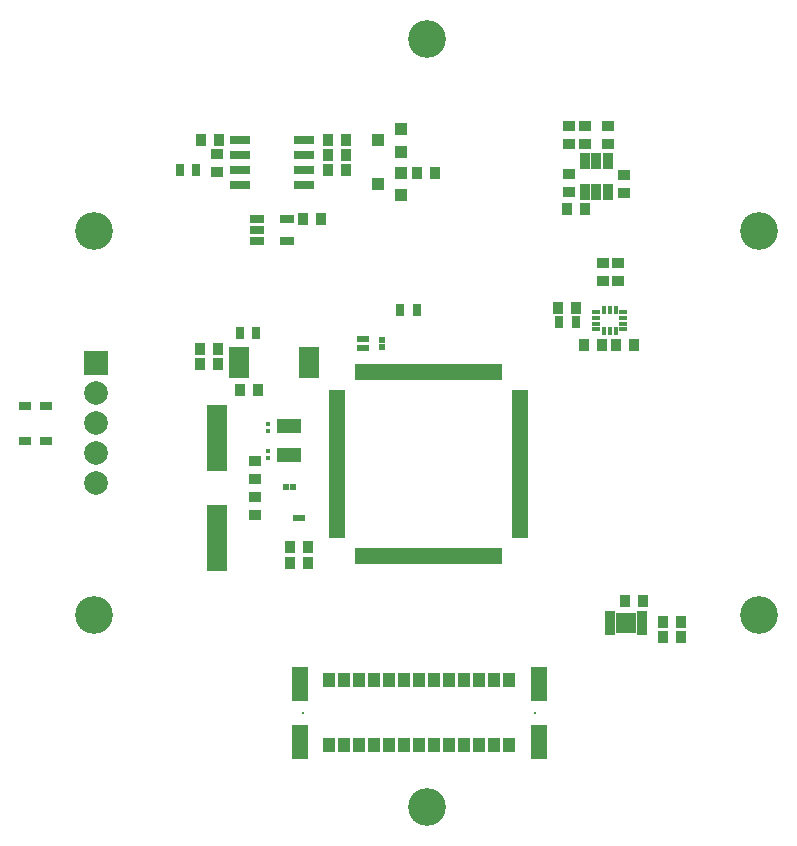
<source format=gts>
G04*
G04 #@! TF.GenerationSoftware,Altium Limited,Altium Designer,22.1.2 (22)*
G04*
G04 Layer_Color=8388736*
%FSLAX25Y25*%
%MOIN*%
G70*
G04*
G04 #@! TF.SameCoordinates,4AADA1E1-E747-4A0A-B92B-AFF9719D9D6B*
G04*
G04*
G04 #@! TF.FilePolarity,Negative*
G04*
G01*
G75*
%ADD38R,0.03800X0.04300*%
%ADD39R,0.06706X0.22453*%
%ADD40R,0.01614X0.01614*%
%ADD41R,0.03972X0.03472*%
%ADD42R,0.03472X0.03972*%
%ADD43R,0.04300X0.03800*%
%ADD44R,0.03241X0.05603*%
%ADD45R,0.02257X0.01863*%
%ADD46R,0.02835X0.01811*%
%ADD47R,0.01811X0.02835*%
%ADD48R,0.01981X0.05524*%
%ADD49R,0.05524X0.11430*%
%ADD50R,0.03950X0.05131*%
%ADD51R,0.06509X0.06942*%
%ADD52R,0.03477X0.01981*%
%ADD53R,0.03162X0.03950*%
%ADD54R,0.06902X0.03162*%
%ADD55R,0.05524X0.01981*%
%ADD56R,0.03950X0.03162*%
%ADD57R,0.01863X0.02257*%
%ADD58R,0.08280X0.05131*%
%ADD59R,0.04422X0.04028*%
%ADD60R,0.05131X0.03162*%
%ADD61R,0.06509X0.02572*%
%ADD62C,0.00800*%
%ADD63C,0.12611*%
%ADD64R,0.07887X0.07887*%
%ADD65C,0.07887*%
D38*
X-45600Y81400D02*
D03*
X-39600D02*
D03*
X-45619Y86500D02*
D03*
X-39619D02*
D03*
X52800Y199200D02*
D03*
X46800D02*
D03*
X-75600Y152647D02*
D03*
X-69600D02*
D03*
X43869Y166300D02*
D03*
X49869D02*
D03*
X78700Y56600D02*
D03*
X84700D02*
D03*
Y61600D02*
D03*
X78700D02*
D03*
X-27000Y212353D02*
D03*
X-33000D02*
D03*
Y217353D02*
D03*
X-27000D02*
D03*
X-69600Y147747D02*
D03*
X-75600D02*
D03*
X-33000Y222353D02*
D03*
X-27000D02*
D03*
X-69300D02*
D03*
X-75300D02*
D03*
D39*
X-70000Y122953D02*
D03*
Y89488D02*
D03*
D40*
X-52900Y125335D02*
D03*
Y127697D02*
D03*
Y118597D02*
D03*
Y116235D02*
D03*
D41*
X-57400Y115453D02*
D03*
Y109453D02*
D03*
X65600Y210800D02*
D03*
Y204800D02*
D03*
X-69900Y211600D02*
D03*
Y217600D02*
D03*
X-57400Y103253D02*
D03*
Y97253D02*
D03*
D42*
X-3100Y211400D02*
D03*
X2900D02*
D03*
X-62400Y138947D02*
D03*
X-56400D02*
D03*
X66000Y68600D02*
D03*
X72000D02*
D03*
X-41219Y196093D02*
D03*
X-35219D02*
D03*
X58450Y154034D02*
D03*
X52450D02*
D03*
X69000D02*
D03*
X63000D02*
D03*
D43*
X60340Y226844D02*
D03*
Y220844D02*
D03*
X52740D02*
D03*
Y226844D02*
D03*
X47440Y220844D02*
D03*
Y226844D02*
D03*
Y205000D02*
D03*
Y211000D02*
D03*
X58800Y175353D02*
D03*
Y181353D02*
D03*
X63700Y175353D02*
D03*
Y181353D02*
D03*
D44*
X60280Y204987D02*
D03*
X56540D02*
D03*
X52800D02*
D03*
Y215302D02*
D03*
X56540D02*
D03*
X60280D02*
D03*
D45*
X-15000Y155483D02*
D03*
Y153317D02*
D03*
D46*
X56450Y165068D02*
D03*
Y163099D02*
D03*
Y161131D02*
D03*
Y159162D02*
D03*
X65584D02*
D03*
Y161131D02*
D03*
Y163099D02*
D03*
Y165068D02*
D03*
D47*
X59049Y158532D02*
D03*
X61017D02*
D03*
X62986D02*
D03*
Y165698D02*
D03*
X61017D02*
D03*
X59049D02*
D03*
D48*
X-1369Y144828D02*
D03*
X-3337D02*
D03*
X-5305D02*
D03*
X-13180D02*
D03*
X-15148D02*
D03*
X24222Y83804D02*
D03*
X22253D02*
D03*
X20285D02*
D03*
X18316D02*
D03*
X16348D02*
D03*
X14379D02*
D03*
X12411D02*
D03*
X10442D02*
D03*
X8474D02*
D03*
X6505D02*
D03*
X4537D02*
D03*
X2568D02*
D03*
X600D02*
D03*
X-1369D02*
D03*
X-3337D02*
D03*
X-5305D02*
D03*
X-7274D02*
D03*
X-9243D02*
D03*
X-11211D02*
D03*
X-13180D02*
D03*
X-15148D02*
D03*
X-17117D02*
D03*
X-19085D02*
D03*
X-21054D02*
D03*
X-23022D02*
D03*
Y144828D02*
D03*
X-21054D02*
D03*
X-19085D02*
D03*
X-17117D02*
D03*
X-11211D02*
D03*
X-9243D02*
D03*
X-7274D02*
D03*
X600D02*
D03*
X2568D02*
D03*
X4537D02*
D03*
X6505D02*
D03*
X8474D02*
D03*
X10442D02*
D03*
X12411D02*
D03*
X14379D02*
D03*
X16348D02*
D03*
X18316D02*
D03*
X20285D02*
D03*
X22254D02*
D03*
X24222D02*
D03*
D49*
X37323Y41072D02*
D03*
Y21780D02*
D03*
X-42323Y41072D02*
D03*
Y21780D02*
D03*
D50*
X-32500Y20599D02*
D03*
Y42253D02*
D03*
X-27500Y20599D02*
D03*
X-22500D02*
D03*
X-17500D02*
D03*
X-12500D02*
D03*
X-7500D02*
D03*
X-2500D02*
D03*
X2500D02*
D03*
X7500D02*
D03*
X12500D02*
D03*
X17500D02*
D03*
X22500D02*
D03*
X27500D02*
D03*
X-27500Y42253D02*
D03*
X-22500D02*
D03*
X-17500D02*
D03*
X-12500D02*
D03*
X-7500D02*
D03*
X-2500D02*
D03*
X2500D02*
D03*
X7500D02*
D03*
X12500D02*
D03*
X17500D02*
D03*
X22500D02*
D03*
X27500D02*
D03*
D51*
X66400Y61353D02*
D03*
D52*
X61046Y64306D02*
D03*
Y62337D02*
D03*
Y60369D02*
D03*
Y58400D02*
D03*
X71754D02*
D03*
Y60369D02*
D03*
Y62337D02*
D03*
Y64306D02*
D03*
D53*
X-62406Y158000D02*
D03*
X-56894D02*
D03*
X-8869Y165700D02*
D03*
X-3357D02*
D03*
X49612Y161600D02*
D03*
X44100D02*
D03*
X-82368Y212400D02*
D03*
X-76856D02*
D03*
D54*
X-62230Y217353D02*
D03*
Y212353D02*
D03*
Y207353D02*
D03*
Y222353D02*
D03*
X-40970D02*
D03*
Y217353D02*
D03*
Y212353D02*
D03*
Y207353D02*
D03*
D55*
X31112Y137938D02*
D03*
Y135969D02*
D03*
Y134001D02*
D03*
Y132032D02*
D03*
Y130064D02*
D03*
Y128095D02*
D03*
Y126127D02*
D03*
Y124158D02*
D03*
Y122190D02*
D03*
Y120221D02*
D03*
Y118253D02*
D03*
Y116284D02*
D03*
Y114316D02*
D03*
Y112347D02*
D03*
Y110379D02*
D03*
Y108410D02*
D03*
Y106442D02*
D03*
Y104473D02*
D03*
Y102505D02*
D03*
Y100536D02*
D03*
Y98568D02*
D03*
Y96599D02*
D03*
Y94631D02*
D03*
Y92662D02*
D03*
Y90694D02*
D03*
X-29912D02*
D03*
Y92662D02*
D03*
Y94631D02*
D03*
Y96599D02*
D03*
Y98568D02*
D03*
Y100536D02*
D03*
Y102505D02*
D03*
Y104473D02*
D03*
Y106442D02*
D03*
Y108410D02*
D03*
Y110379D02*
D03*
Y112347D02*
D03*
Y114316D02*
D03*
Y116284D02*
D03*
Y118253D02*
D03*
Y120221D02*
D03*
Y122190D02*
D03*
Y124158D02*
D03*
Y126127D02*
D03*
Y128095D02*
D03*
Y130064D02*
D03*
Y132032D02*
D03*
Y134001D02*
D03*
Y135969D02*
D03*
Y137938D02*
D03*
D56*
X-133943Y133806D02*
D03*
Y121994D02*
D03*
X-126857Y133806D02*
D03*
Y121994D02*
D03*
D57*
X-22283Y155900D02*
D03*
X-20117D02*
D03*
X-22283Y153100D02*
D03*
X-20117D02*
D03*
X-41417Y96353D02*
D03*
X-43583D02*
D03*
X-46785Y106734D02*
D03*
X-44619D02*
D03*
D58*
X-45800Y127037D02*
D03*
Y117194D02*
D03*
D59*
X-16337Y207653D02*
D03*
X-8463Y203913D02*
D03*
Y211393D02*
D03*
X-16337Y222153D02*
D03*
X-8463Y218413D02*
D03*
Y225893D02*
D03*
D60*
X-56718Y196093D02*
D03*
Y192353D02*
D03*
Y188613D02*
D03*
X-46482D02*
D03*
Y196093D02*
D03*
D61*
X-39286Y144146D02*
D03*
Y146705D02*
D03*
Y149264D02*
D03*
Y151823D02*
D03*
X-62514D02*
D03*
Y149264D02*
D03*
Y146705D02*
D03*
Y144146D02*
D03*
D62*
X36201Y31426D02*
D03*
X-41201D02*
D03*
D63*
X-110810Y63976D02*
D03*
X110810Y191929D02*
D03*
X-110810D02*
D03*
X110810Y63976D02*
D03*
X0Y0D02*
D03*
Y255906D02*
D03*
D64*
X-110400Y148053D02*
D03*
D65*
Y138053D02*
D03*
Y128053D02*
D03*
Y118053D02*
D03*
Y108053D02*
D03*
M02*

</source>
